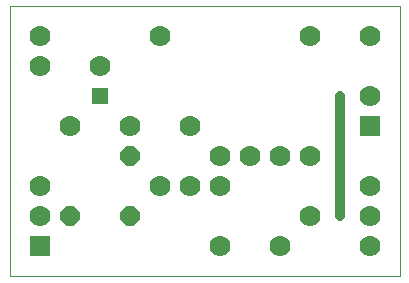
<source format=gtl>
G75*
%MOIN*%
%OFA0B0*%
%FSLAX25Y25*%
%IPPOS*%
%LPD*%
%AMOC8*
5,1,8,0,0,1.08239X$1,22.5*
%
%ADD10C,0.00000*%
%ADD11R,0.07000X0.07000*%
%ADD12C,0.07000*%
%ADD13OC8,0.06496*%
%ADD14R,0.05543X0.05543*%
%ADD15C,0.03100*%
%ADD16C,0.03200*%
D10*
X0001000Y0001000D02*
X0001000Y0091000D01*
X0131000Y0091000D01*
X0131000Y0001000D01*
X0001000Y0001000D01*
D11*
X0011000Y0011000D03*
X0121000Y0051000D03*
D12*
X0121000Y0061000D03*
X0121000Y0081000D03*
X0101000Y0081000D03*
X0051000Y0081000D03*
X0031000Y0071000D03*
X0011000Y0071000D03*
X0011000Y0081000D03*
X0021000Y0051000D03*
X0041000Y0051000D03*
X0061000Y0051000D03*
X0071000Y0041000D03*
X0081000Y0041000D03*
X0091000Y0041000D03*
X0101000Y0041000D03*
X0121000Y0031000D03*
X0121000Y0021000D03*
X0121000Y0011000D03*
X0101000Y0021000D03*
X0091000Y0011000D03*
X0071000Y0011000D03*
X0071000Y0031000D03*
X0061000Y0031000D03*
X0051000Y0031000D03*
X0011000Y0031000D03*
X0011000Y0021000D03*
D13*
X0021000Y0021000D03*
X0041000Y0021000D03*
X0041000Y0041000D03*
D14*
X0031000Y0061000D03*
D15*
X0111000Y0061000D03*
X0111000Y0021000D03*
D16*
X0111000Y0061000D01*
M02*

</source>
